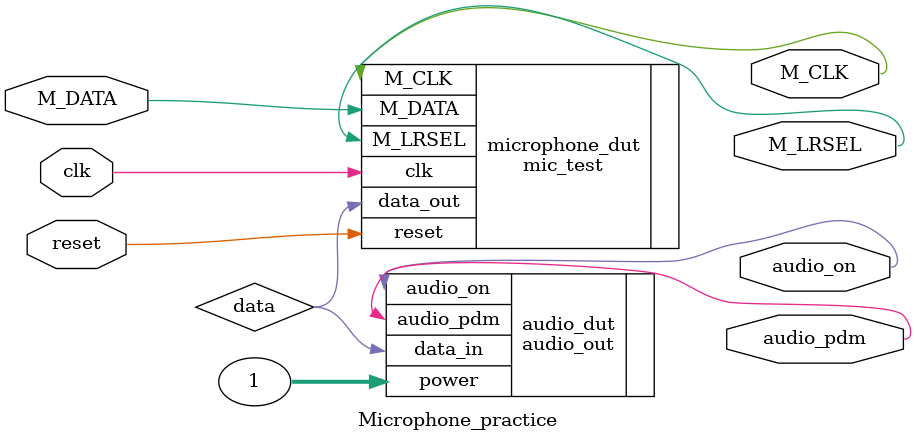
<source format=sv>
`timescale 1ns / 1ps

module Microphone_practice(
    input logic clk,
    input logic reset,
    input logic M_DATA,
    output logic M_CLK,
    output logic M_LRSEL,
    output logic audio_pdm,
    output logic audio_on
    );
    
    logic data;
   
    mic_test microphone_dut(.clk(clk), .reset(reset), .M_DATA(M_DATA), .M_CLK(M_CLK), .M_LRSEL(M_LRSEL), .data_out(data));
    audio_out audio_dut( .power(1), .data_in(data), .audio_pdm(audio_pdm), .audio_on(audio_on));  
    
    
    
endmodule

</source>
